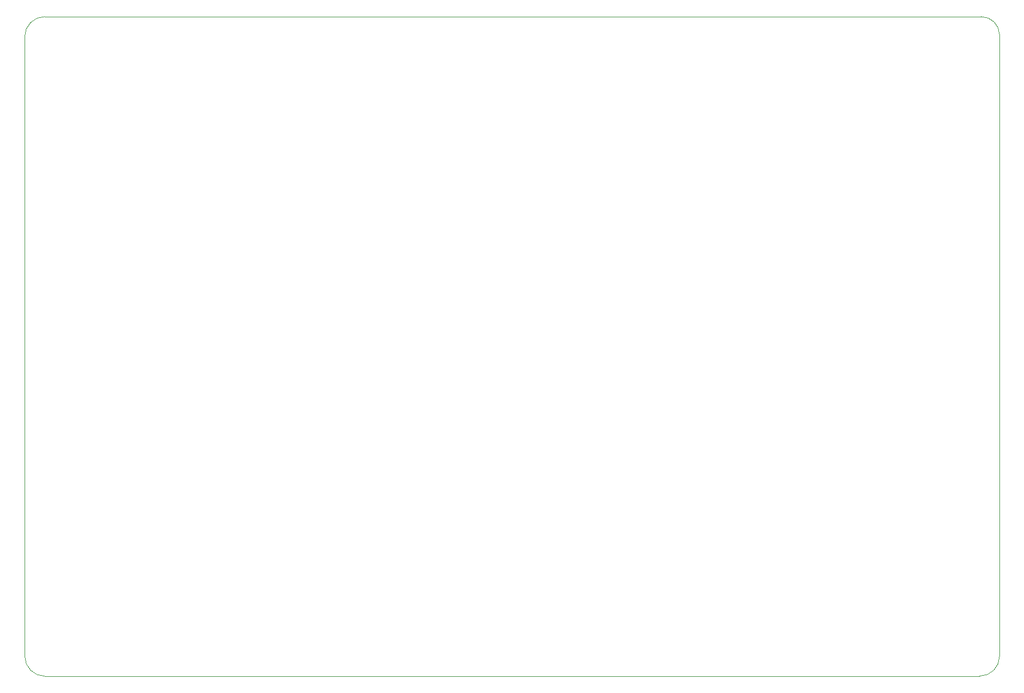
<source format=gbr>
%TF.GenerationSoftware,KiCad,Pcbnew,7.0.9*%
%TF.CreationDate,2023-12-10T21:52:56+01:00*%
%TF.ProjectId,Led Panel,4c656420-5061-46e6-956c-2e6b69636164,rev?*%
%TF.SameCoordinates,Original*%
%TF.FileFunction,Profile,NP*%
%FSLAX46Y46*%
G04 Gerber Fmt 4.6, Leading zero omitted, Abs format (unit mm)*
G04 Created by KiCad (PCBNEW 7.0.9) date 2023-12-10 21:52:56*
%MOMM*%
%LPD*%
G01*
G04 APERTURE LIST*
%TA.AperFunction,Profile*%
%ADD10C,0.100000*%
%TD*%
G04 APERTURE END LIST*
D10*
X43180000Y-117602000D02*
X43180000Y-23622000D01*
X46228000Y-20574000D02*
G75*
G03*
X43180000Y-23622000I0J-3048000D01*
G01*
X191008000Y-23368000D02*
G75*
G03*
X188214000Y-20574000I-2794000J0D01*
G01*
X46228000Y-20574000D02*
X188214000Y-20574000D01*
X187960000Y-120650000D02*
X46228000Y-120650000D01*
X43180000Y-117602000D02*
G75*
G03*
X46228000Y-120650000I3048000J0D01*
G01*
X191008000Y-23368000D02*
X191008000Y-117602000D01*
X187960000Y-120650000D02*
G75*
G03*
X191008000Y-117602000I0J3048000D01*
G01*
M02*

</source>
